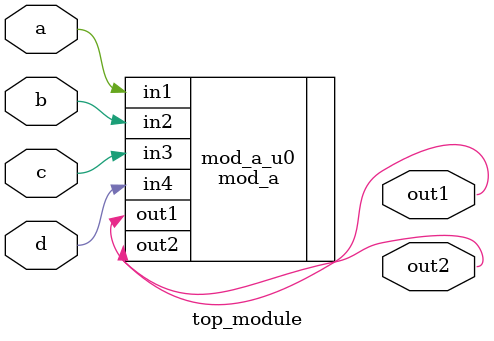
<source format=v>
module top_module ( 
    input a, 
    input b, 
    input c,
    input d,
    output out1,
    output out2
);
    
    mod_a mod_a_u0(
        .in1(a),
        .in2(b),
        .in3(c),
        .in4(d),
        .out1(out1),
        .out2(out2)
    );

endmodule

</source>
